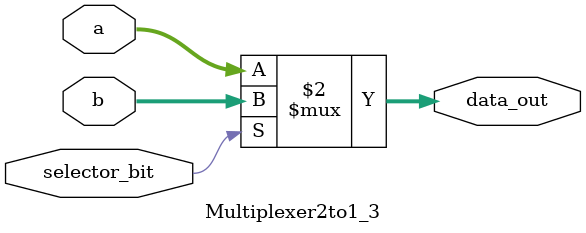
<source format=v>
`timescale 1ns / 1ps

module Multiplexer2to1_3(a, b, selector_bit, data_out);
    input [63:0] a;         // First input data
    input [63:0] b;         // Second input data
    input selector_bit;     // Selection control
    output reg [63:0] data_out; // Output register
    
    always @(*) begin       // Combinational logic block
        data_out <= selector_bit ? b : a;  // Select b when selector=1, a when selector=0
    end
endmodule

</source>
